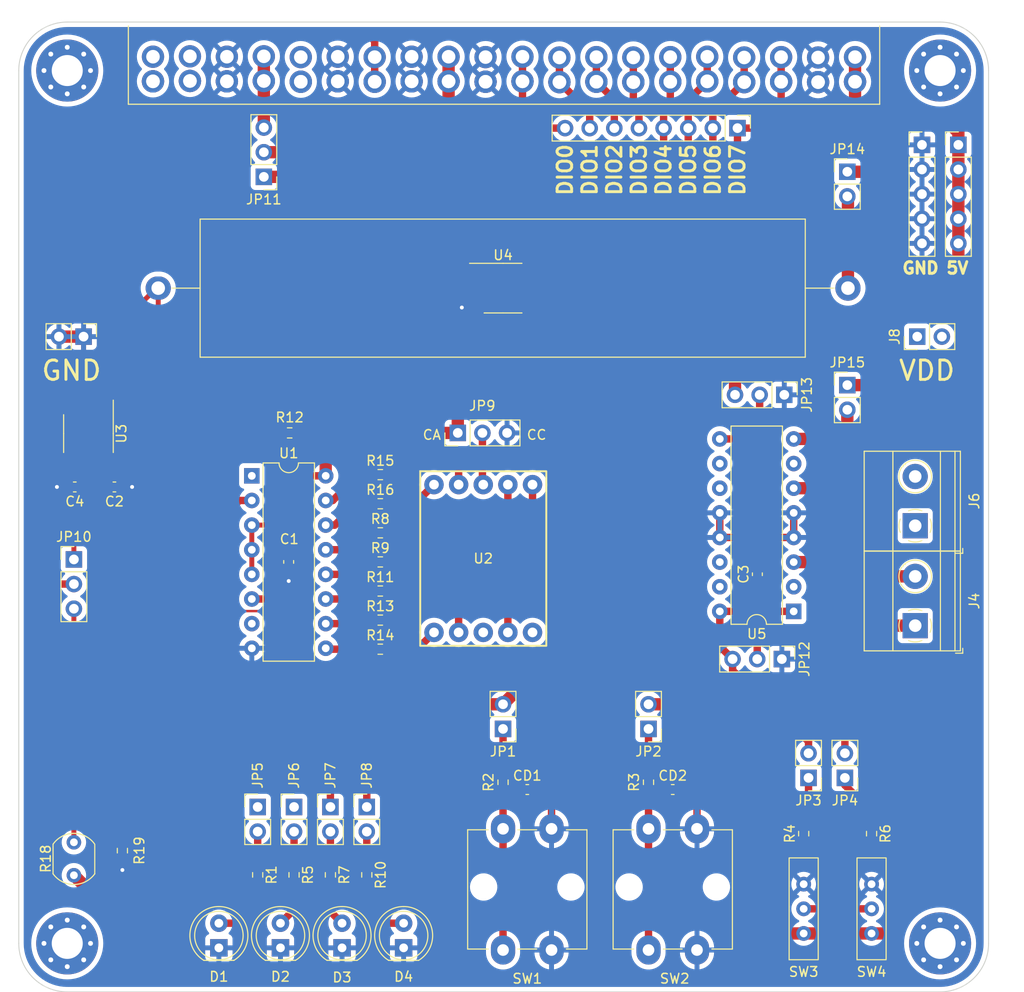
<source format=kicad_pcb>
(kicad_pcb (version 20211014) (generator pcbnew)
  (layers (0 "F.Cu" signal) (31 "B.Cu" signal) (34 "B.Paste" user) (35 "F.Paste" user) (36 "B.SilkS" user "B.Silkscreen") (37 "F.SilkS" user "F.Silkscreen") (38 "B.Mask" user) (39 "F.Mask" user) (44 "Edge.Cuts" user))
  (net 0 "")
  (net 1 "+5V")
  (net 2 "GND")
  (net 3 "Net-(C4-Pad1)")
  (net 4 "Net-(D1-Pad2)")
  (net 5 "Net-(D2-Pad2)")
  (net 6 "Net-(D3-Pad2)")
  (net 7 "Net-(D4-Pad2)")
  (net 8 "Net-(JP6-Pad2)")
  (net 9 "Net-(JP7-Pad2)")
  (net 10 "Net-(JP8-Pad2)")
  (net 13 "AO0")
  (net 15 "AI0+")
  (net 16 "AI1+")
  (net 17 "DIO0")
  (net 18 "DIO1")
  (net 19 "DIO2")
  (net 20 "DIO3")
  (net 21 "DIO4")
  (net 22 "DIO5")
  (net 23 "DIO6")
  (net 24 "DIO7")
  (net 25 "Net-(J4-Pad1)")
  (net 26 "Net-(J4-Pad2)")
  (net 27 "Net-(J6-Pad1)")
  (net 28 "Net-(J6-Pad2)")
  (net 29 "Net-(J8-Pad1)")
  (net 30 "Net-(JP9-Pad2)")
  (net 31 "Net-(JP10-Pad1)")
  (net 32 "Net-(JP10-Pad3)")
  (net 33 "Net-(JP11-Pad1)")
  (net 34 "Net-(JP12-Pad2)")
  (net 35 "Net-(JP13-Pad2)")
  (net 36 "SHUNT")
  (net 37 "VDD")
  (net 38 "Net-(R8-Pad1)")
  (net 39 "Net-(R8-Pad2)")
  (net 40 "Net-(R9-Pad1)")
  (net 41 "Net-(R9-Pad2)")
  (net 42 "Net-(R11-Pad1)")
  (net 43 "Net-(R11-Pad2)")
  (net 44 "Net-(R12-Pad2)")
  (net 45 "Net-(R13-Pad1)")
  (net 46 "Net-(R13-Pad2)")
  (net 47 "Net-(R14-Pad1)")
  (net 48 "Net-(R14-Pad2)")
  (net 49 "Net-(R15-Pad1)")
  (net 50 "Net-(R15-Pad2)")
  (net 51 "Net-(R16-Pad1)")
  (net 52 "Net-(R16-Pad2)")
  (net 53 "Net-(R17-Pad2)")
  (net 64 "Net-(JP5-Pad2)")
  (net 66 "Net-(R4-Pad1)")
  (net 67 "Net-(R6-Pad2)")
  (net 68 "Net-(JP1-Pad1)")
  (net 69 "Net-(JP2-Pad1)")
  (net 70 "Net-(JP3-Pad1)")
  (net 71 "Net-(JP4-Pad1)")
  (footprint "Resistor_SMD:R_0603_1608Metric" (layer "F.Cu") (at 77.3425 104.23)
    (fp_text reference "R11")
    (fp_text value "680")
  )
  (footprint "MountingHole:MountingHole_3.2mm_M3_Pad_Via" (layer "F.Cu") (at 135.064466 50.564466)
    (fp_text reference "H1" hide)
    (fp_text value "MountingHole_Pad")
  )
  (footprint "LED_THT:LED_D5.0mm" (layer "F.Cu") (at 79.75 141.025 90)
    (fp_text reference "D4")
    (fp_text value "LED")
  )
  (footprint "Library:Omron_B3F-12x12mm" (layer "F.Cu") (at 90 141.25 90)
    (fp_text reference "SW1")
    (fp_text value "SW_Push")
  )
  (footprint "Capacitor_SMD:C_0603_1608Metric" (layer "F.Cu") (at 107.5 124.7)
    (fp_text reference "CD2")
    (fp_text value "100n")
  )
  (footprint "Connector_PinHeader_2.54mm:PinHeader_1x02_P2.54mm_Vertical" (layer "F.Cu") (at 64.7 126.5)
    (fp_text reference "JP5")
    (fp_text value "Jumper_2_Open")
  )
  (footprint "Capacitor_SMD:C_0603_1608Metric" (layer "F.Cu") (at 116.225 102.5 90)
    (fp_text reference "C3")
    (fp_text value "100n")
  )
  (footprint "Library:we01014042" (layer "F.Cu") (at 128 137 90)
    (fp_text reference "SW4")
    (fp_text value "SW_SPDT")
  )
  (footprint "Connector_PinHeader_2.54mm:PinHeader_1x03_P2.54mm_Vertical" (layer "F.Cu") (at 45.75 100.975)
    (fp_text reference "JP10")
    (fp_text value "Jumper_3_Open")
  )
  (footprint "Resistor_SMD:R_0603_1608Metric" (layer "F.Cu") (at 105 123.95 -90)
    (fp_text reference "R3")
    (fp_text value "10k")
  )
  (footprint "Connector_PinHeader_2.54mm:PinHeader_1x02_P2.54mm_Vertical" (layer "F.Cu") (at 90 118.45 180)
    (fp_text reference "JP1")
    (fp_text value "Jumper_2_Open")
  )
  (footprint "Connector_PinHeader_2.54mm:PinHeader_1x02_P2.54mm_Vertical" (layer "F.Cu") (at 72.2 126.5)
    (fp_text reference "JP7")
    (fp_text value "Jumper_2_Open")
  )
  (footprint "Connector_PinHeader_2.54mm:PinHeader_1x05_P2.54mm_Vertical" (layer "F.Cu") (at 136.95 58.225)
    (fp_text reference "J2" hide)
    (fp_text value "Conn_01x05_Male")
  )
  (footprint "Library:Omron_B3F-12x12mm" (layer "F.Cu") (at 105 141.25 90)
    (fp_text reference "SW2")
    (fp_text value "SW_Push")
  )
  (footprint "Connector_PinHeader_2.54mm:PinHeader_1x02_P2.54mm_Vertical" (layer "F.Cu") (at 125.5 61)
    (fp_text reference "JP14")
    (fp_text value "Jumper_2_Open")
  )
  (footprint "TerminalBlock_Phoenix:TerminalBlock_Phoenix_MKDS-1,5-2-5.08_1x02_P5.08mm_Horizontal" (layer "F.Cu") (at 132.5 97.5 90)
    (fp_text reference "J6")
    (fp_text value "Screw_Terminal_01x02")
  )
  (footprint "Capacitor_SMD:C_0603_1608Metric" (layer "F.Cu") (at 45.84 93.5 180)
    (fp_text reference "C4")
    (fp_text value "1n")
  )
  (footprint "LED_THT:LED_D5.0mm" (layer "F.Cu") (at 67.05 141.025 90)
    (fp_text reference "D2")
    (fp_text value "LED")
  )
  (footprint "Resistor_SMD:R_0603_1608Metric" (layer "F.Cu") (at 77.3425 107.23)
    (fp_text reference "R13")
    (fp_text value "680")
  )
  (footprint "Resistor_SMD:R_0603_1608Metric" (layer "F.Cu") (at 77.3425 98.23)
    (fp_text reference "R8")
    (fp_text value "680")
  )
  (footprint "MountingHole:MountingHole_3.2mm_M3_Pad_Via" (layer "F.Cu") (at 45.064466 50.564466 -90)
    (fp_text reference "H4" hide)
    (fp_text value "MountingHole_Pad")
  )
  (footprint "Library:we01014042" (layer "F.Cu") (at 121 137 90)
    (fp_text reference "SW3")
    (fp_text value "SW_SPDT")
  )
  (footprint "Connector_PinHeader_2.54mm:PinHeader_1x02_P2.54mm_Vertical" (layer "F.Cu") (at 105 118.45 180)
    (fp_text reference "JP2")
    (fp_text value "Jumper_2_Open")
  )
  (footprint "Connector_PinHeader_2.54mm:PinHeader_1x03_P2.54mm_Vertical" (layer "F.Cu") (at 119 84 -90)
    (fp_text reference "JP13")
    (fp_text value "Jumper_3_Open")
  )
  (footprint "Connector_PinHeader_2.54mm:PinHeader_1x02_P2.54mm_Vertical" (layer "F.Cu") (at 75.95 126.5)
    (fp_text reference "JP8")
    (fp_text value "Jumper_2_Open")
  )
  (footprint "Library:OSTV7XX3151" (layer "F.Cu") (at 53.905 49.1375)
    (fp_text reference "J1" hide)
    (fp_text value "OSTV7XX3151")
  )
  (footprint "Package_SO:SOIC-8_3.9x4.9mm_P1.27mm" (layer "F.Cu") (at 47.25 88 -90)
    (fp_text reference "U3")
    (fp_text value "ACS712xLCTR-05B")
  )
  (footprint "Connector_PinHeader_2.54mm:PinHeader_1x03_P2.54mm_Vertical" (layer "F.Cu") (at 85.335 87.93 90)
    (fp_text reference "JP9")
    (fp_text value "Jumper_3_Open")
  )
  (footprint "Package_DIP:DIP-16_W7.62mm" (layer "F.Cu") (at 64.095 92.355)
    (fp_text reference "U1")
    (fp_text value "74LS47")
  )
  (footprint "OptoDevice:R_LDR_5.1x4.3mm_P3.4mm_Vertical" (layer "F.Cu") (at 45.75 133.54 90)
    (fp_text reference "R18")
    (fp_text value "R_Photo")
  )
  (footprint "Connector_PinHeader_2.54mm:PinHeader_1x02_P2.54mm_Vertical" (layer "F.Cu") (at 121.5 123.5 180)
    (fp_text reference "JP3")
    (fp_text value "Jumper_2_Open")
  )
  (footprint "Capacitor_SMD:C_0603_1608Metric" (layer "F.Cu") (at 92.5 124.7)
    (fp_text reference "CD1")
    (fp_text value "100n")
  )
  (footprint "Resistor_SMD:R_0603_1608Metric" (layer "F.Cu") (at 64.7 133.5 -90)
    (fp_text reference "R1")
    (fp_text value "1k")
  )
  (footprint "Capacitor_SMD:C_0603_1608Metric" (layer "F.Cu") (at 67.895 101.23 -90)
    (fp_text reference "C1")
    (fp_text value "100n")
  )
  (footprint "Connector_PinHeader_2.54mm:PinHeader_1x02_P2.54mm_Vertical" (layer "F.Cu") (at 68.45 126.5)
    (fp_text reference "JP6")
    (fp_text value "Jumper_2_Open")
  )
  (footprint "Package_DIP:DIP-16_W7.62mm" (layer "F.Cu") (at 119.97 106.33 180)
    (fp_text reference "U5")
    (fp_text value "L293D")
  )
  (footprint "Library:7segm-SA52" (layer "F.Cu") (at 87.96 100.88)
    (fp_text reference "U2")
    (fp_text value "7segm-symbol")
  )
  (footprint "Connector_PinHeader_2.54mm:PinHeader_1x02_P2.54mm_Vertical" (layer "F.Cu") (at 125.5 83)
    (fp_text reference "JP15")
    (fp_text value "Jumper_2_Open")
  )
  (footprint "MountingHole:MountingHole_3.2mm_M3_Pad_Via" (layer "F.Cu") (at 135.064466 140.564466)
    (fp_text reference "H2" hide)
    (fp_text value "MountingHole_Pad")
  )
  (footprint "Resistor_SMD:R_0603_1608Metric" (layer "F.Cu") (at 121 129.25 90)
    (fp_text reference "R4")
    (fp_text value "10k")
  )
  (footprint "Capacitor_SMD:C_0603_1608Metric" (layer "F.Cu") (at 49.93 93.5)
    (fp_text reference "C2")
    (fp_text value "100n")
  )
  (footprint "Connector_PinHeader_2.54mm:PinHeader_1x03_P2.54mm_Vertical" (layer "F.Cu") (at 65.335 61.525 180)
    (fp_text reference "JP11")
    (fp_text value "Jumper_3_Open")
  )
  (footprint "Package_SO:SOIC-8_3.9x4.9mm_P1.27mm" (layer "F.Cu") (at 90 73)
    (fp_text reference "U4")
    (fp_text value "LM35-D")
  )
  (footprint "LED_THT:LED_D5.0mm" (layer "F.Cu") (at 60.7 141.025 90)
    (fp_text reference "D1")
    (fp_text value "LED")
  )
  (footprint "MountingHole:MountingHole_3.2mm_M3_Pad_Via" (layer "F.Cu") (at 45.064466 140.564466)
    (fp_text reference "H3" hide)
    (fp_text value "MountingHole_Pad")
  )
  (footprint "Connector_PinHeader_2.54mm:PinHeader_1x02_P2.54mm_Vertical" (layer "F.Cu") (at 132.71 78 90)
    (fp_text reference "J8")
    (fp_text value "Screw_Terminal_01x02")
  )
  (footprint "Resistor_SMD:R_0603_1608Metric" (layer "F.Cu") (at 77.3425 110.23)
    (fp_text reference "R14")
    (fp_text value "680")
  )
  (footprint "Connector_PinHeader_2.54mm:PinHeader_1x02_P2.54mm_Vertical" (layer "F.Cu") (at 125.25 123.5 180)
    (fp_text reference "JP4")
    (fp_text value "Jumper_2_Open")
  )
  (footprint "Library:R_Axial_Power_L60.0mm_W14.0mm_P71.12mm" (layer "F.Cu") (at 125.565 73 180)
    (fp_text reference "R17" hide)
    (fp_text value "1R")
  )
  (footprint "Resistor_SMD:R_0603_1608Metric" (layer "F.Cu") (at 77.3425 92.23)
    (fp_text reference "R15")
    (fp_text value "680")
  )
  (footprint "Connector_PinHeader_2.54mm:PinHeader_1x03_P2.54mm_Vertical" (layer "F.Cu") (at 118.75 111.25 -90)
    (fp_text reference "JP12")
    (fp_text value "Jumper_3_Open")
  )
  (footprint "Resistor_SMD:R_0603_1608Metric" (layer "F.Cu") (at 68 87.93 180)
    (fp_text reference "R12")
    (fp_text value "10k")
  )
  (footprint "Resistor_SMD:R_0603_1608Metric" (layer "F.Cu") (at 75.95 133.5 -90)
    (fp_text reference "R10")
    (fp_text value "1k")
  )
  (footprint "Resistor_SMD:R_0603_1608Metric" (layer "F.Cu") (at 128 129.25 -90)
    (fp_text reference "R6")
    (fp_text value "10k")
  )
  (footprint "Resistor_SMD:R_0603_1608Metric" (layer "F.Cu") (at 77.3425 95.23)
    (fp_text reference "R16")
    (fp_text value "680")
  )
  (footprint "LED_THT:LED_D5.0mm" (layer "F.Cu") (at 73.4 141.025 90)
    (fp_text reference "D3")
    (fp_text value "LED")
  )
  (footprint "Resistor_SMD:R_0603_1608Metric" (layer "F.Cu") (at 68.45 133.5 -90)
    (fp_text reference "R5")
    (fp_text value "1k")
  )
  (footprint "Resistor_SMD:R_0603_1608Metric" (layer "F.Cu") (at 50.75 131 -90)
    (fp_text reference "R19")
    (fp_text value "10k")
  )
  (footprint "Connector_PinHeader_2.54mm:PinHeader_1x02_P2.54mm_Vertical" (layer "F.Cu") (at 46.75 78 -90)
    (fp_text reference "J5" hide)
    (fp_text value "Screw_Terminal_01x02")
  )
  (footprint "Connector_PinHeader_2.54mm:PinHeader_1x05_P2.54mm_Vertical" (layer "F.Cu") (at 133.2 58.225)
    (fp_text reference "J3" hide)
    (fp_text value "Conn_01x05_Male")
  )
  (footprint "Connector_PinHeader_2.54mm:PinHeader_1x08_P2.54mm_Vertical" (layer "F.Cu") (at 114.175 56.5 -90)
    (fp_text reference "J7" hide)
    (fp_text value "Conn_01x08_Male")
  )
  (footprint "Resistor_SMD:R_0603_1608Metric" (layer "F.Cu") (at 77.3425 101.23)
    (fp_text reference "R9")
    (fp_text value "680")
  )
  (footprint "Resistor_SMD:R_0603_1608Metric" (layer "F.Cu") (at 72.2 133.5 -90)
    (fp_text reference "R7")
    (fp_text value "1k")
  )
  (footprint "Resistor_SMD:R_0603_1608Metric" (layer "F.Cu") (at 90 123.95 -90)
    (fp_text reference "R2")
    (fp_text value "10k")
  )
  (footprint "TerminalBlock_Phoenix:TerminalBlock_Phoenix_MKDS-1,5-2-5.08_1x02_P5.08mm_Horizontal" (layer "F.Cu") (at 132.5 107.8 90)
    (fp_text reference "J4")
    (fp_text value "Screw_Terminal_01x02")
  )
  (gr_line (start 135.064466 45.564466) (end 45.064466 45.564466) (layer "Edge.Cuts") (width 0.1))
  (gr_line (start 45.064466 145.564466) (end 135.064466 145.564466) (layer "Edge.Cuts") (width 0.1))
  (gr_line (start 40.064466 140.564466) (end 40.064466 50.564466) (layer "Edge.Cuts") (width 0.1))
  (gr_line (start 140.064466 140.564466) (end 140.064466 50.564466) (layer "Edge.Cuts") (width 0.1))
  (gr_arc (start 140.064466 140.564466) (mid 138.6 144.1) (end 135.064466 145.564466) (layer "Edge.Cuts") (width 0.1))
  (gr_arc (start 135.064466 45.564466) (mid 138.6 47.028932) (end 140.064466 50.564466) (layer "Edge.Cuts") (width 0.1))
  (gr_arc (start 40.064466 50.564466) (mid 41.528932 47.028932) (end 45.064466 45.564466) (layer "Edge.Cuts") (width 0.1))
  (gr_arc (start 45.064466 145.564466) (mid 41.528932 144.1) (end 40.064466 140.564466) (layer "Edge.Cuts") (width 0.1))
  (gr_text "DIO5" (at 109.095 60.8 90) (layer "F.SilkS") (effects (font (size 1.5 1.5) (thickness 0.3))))
  (gr_text "DIO3" (at 104.015 60.8 90) (layer "F.SilkS") (effects (font (size 1.5 1.5) (thickness 0.3))))
  (gr_text "GND" (at 45.5 81.5) (layer "F.SilkS") (effects (font (size 2 2) (thickness 0.3))))
  (gr_text "DIO0" (at 96.395 60.8 90) (layer "F.SilkS") (effects (font (size 1.5 1.5) (thickness 0.3))))
  (gr_text "DIO2" (at 101.475 60.8 90) (layer "F.SilkS") (effects (font (size 1.5 1.5) (thickness 0.3))))
  (gr_text "DIO4" (at 106.555 60.8 90) (layer "F.SilkS") (effects (font (size 1.5 1.5) (thickness 0.3))))
  (gr_text "DIO7" (at 114.175 60.8 90) (layer "F.SilkS") (effects (font (size 1.5 1.5) (thickness 0.3))))
  (gr_text "5V" (at 136.85 70.93) (layer "F.SilkS") (effects (font (size 1.2 1.2) (thickness 0.3))))
  (gr_text "CA" (at 82.66 88.13) (layer "F.SilkS") (effects (font (size 1 1))))
  (gr_text "DIO6" (at 111.635 60.8 90) (layer "F.SilkS") (effects (font (size 1.5 1.5) (thickness 0.3))))
  (gr_text "GND" (at 133.05 70.93) (layer "F.SilkS") (effects (font (size 1.2 1.2) (thickness 0.3))))
  (gr_text "DIO1" (at 98.935 60.8 90) (layer "F.SilkS") (effects (font (size 1.5 1.5) (thickness 0.3))))
  (gr_text "VDD" (at 133.71 81.5) (layer "F.SilkS") (effects (font (size 2 2) (thickness 0.3))))
  (gr_text "CC" (at 93.46 88.13) (layer "F.SilkS") (effects (font (size 1 1))))
  (segment (start 96.25 87) (end 93.5 84.25) (width 1.27) (layer "F.Cu") (net 1))
  (segment (start 106.41 115.91) (end 105 115.91) (width 1.27) (layer "F.Cu") (net 1))
  (segment (start 116.25 139.75) (end 116.25 138.25) (width 1.27) (layer "F.Cu") (net 1))
  (segment (start 63.75 84.5) (end 70 84.5) (width 0.508) (layer "F.Cu") (net 1))
  (segment (start 92.475 71.095) (end 94.345 71.095) (width 0.762) (layer "F.Cu") (net 1))
  (segment (start 122.5 55.5) (end 119.25 58.75) (width 1.27) (layer "F.Cu") (net 1))
  (segment (start 113.67 111.25) (end 113.67 112.42) (width 0.762) (layer "F.Cu") (net 1))
  (segment (start 85.335 85.415) (end 85.335 87.93) (width 1.27) (layer "F.Cu") (net 1))
  (segment (start 136.95 68.385) (end 136.95 72.45) (width 1.27) (layer "F.Cu") (net 1))
  (segment (start 49.155 95.405) (end 49.75 96) (width 0.508) (layer "F.Cu") (net 1))
  (segment (start 90 115.91) (end 96.25 109.66) (width 1.27) (layer "F.Cu") (net 1))
  (segment (start 67.895 100.455) (end 67.895 94.695) (width 0.762) (layer "F.Cu") (net 1))
  (segment (start 138.25 113.5) (end 138.5 113.75) (width 0.762) (layer "F.Cu") (net 1))
  (segment (start 116.25 142) (end 116.25 139.75) (width 1.27) (layer "F.Cu") (net 1))
  (segment (start 112.35 109.93) (end 113.67 111.25) (width 0.762) (layer "F.Cu") (net 1))
  (segment (start 113.92 84) (end 113.92 80.83) (width 1.27) (layer "F.Cu") (net 1))
  (segment (start 116.25 138.25) (end 116.25 125.75) (width 1.27) (layer "F.Cu") (net 1))
  (segment (start 138.5 113.75) (end 138.5 130.5) (width 1.27) (layer "F.Cu") (net 1))
  (segment (start 113.92 80.83) (end 119.25 75.5) (width 1.27) (layer "F.Cu") (net 1))
  (segment (start 70 84.5) (end 71.68 86.18) (width 0.508) (layer "F.Cu") (net 1))
  (segment (start 85.335 87.93) (end 73.57 87.93) (width 1.27) (layer "F.Cu") (net 1))
  (segment (start 135.5 55.5) (end 126 55.5) (width 1.27) (layer "F.Cu") (net 1))
  (segment (start 121 139.54) (end 116.46 139.54) (width 1.27) (layer "F.Cu") (net 1))
  (segment (start 129.46 139.54) (end 128 139.54) (width 1.27) (layer "F.Cu") (net 1))
  (segment (start 116.225 103.275) (end 116.225 104.975) (width 0.762) (layer "F.Cu") (net 1))
  (segment (start 136.95 58.225) (end 136.95 68.385) (width 1.27) (layer "F.Cu") (net 1))
  (segment (start 116.25 125.75) (end 106.41 115.91) (width 1.27) (layer "F.Cu") (net 1))
  (segment (start 67.895 94.695) (end 70.235 92.355) (width 0.762) (layer "F.Cu") (net 1))
  (segment (start 136.95 72.45) (end 138.5 74) (width 1.27) (layer "F.Cu") (net 1))
  (segment (start 87.09 115.91) (end 84.75 118.25) (width 1.27) (layer "F.Cu") (net 1))
  (segment (start 73.57 87.93) (end 71.68 87.93) (width 1.27) (layer "F.Cu") (net 1))
  (segment (start 114.75 113.5) (end 138.25 113.5) (width 0.762) (layer "F.Cu") (net 1))
  (segment (start 112.35 106.33) (end 112.35 109.93) (width 0.762) (layer "F.Cu") (net 1))
  (segment (start 86.5 144.25) (end 114 144.25) (width 1.27) (layer "F.Cu") (net 1))
  (segment (start 49.75 96) (end 52.25 96) (width 0.508) (layer "F.Cu") (net 1))
  (segment (start 93.5 84.25) (end 86.5 84.25) (width 1.27) (layer "F.Cu") (net 1))
  (segment (start 136.95 56.95) (end 135.5 55.5) (width 1.27) (layer "F.Cu") (net 1))
  (segment (start 56.46 144.25) (end 45.75 133.54) (width 1.27) (layer "F.Cu") (net 1))
  (segment (start 49.155 93.5) (end 49.155 90.475) (width 0.508) (layer "F.Cu") (net 1))
  (segment (start 68.825 87.93) (end 71.68 87.93) (width 0.762) (layer "F.Cu") (net 1))
  (segment (start 90 115.91) (end 87.09 115.91) (width 1.27) (layer "F.Cu") (net 1))
  (segment (start 70.235 92.355) (end 71.715 92.355) (width 0.762) (layer "F.Cu") (net 1))
  (segment (start 126.295 55.205) (end 126 55.5) (width 1.27) (layer "F.Cu") (net 1))
  (segment (start 114 144.25) (end 116.25 142) (width 1.27) (layer "F.Cu") (net 1))
  (segment (start 126.295 49.1775) (end 126.295 51.7175) (width 1.27) (layer "F.Cu") (net 1))
  (segment (start 138.5 113) (end 138.5 113.75) (width 1.27) (layer "F.Cu") (net 1))
  (segment (start 71.715 92.355) (end 71.715 87.965) (width 1.27) (layer "F.Cu") (net 1))
  (segment (start 116.46 139.54) (end 116.25 139.75) (width 1.27) (layer "F.Cu") (net 1))
  (segment (start 95.25 82.75) (end 93.75 84.25) (width 0.762) (layer "F.Cu") (net 1))
  (segment (start 52.25 96) (end 63.75 84.5) (width 0.508) (layer "F.Cu") (net 1))
  (segment (start 112.35 106.33) (end 114.87 106.33) (width 0.762) (layer "F.Cu") (net 1))
  (segment (start 138.5 130.5) (end 129.46 139.54) (width 1.27) (layer "F.Cu") (net 1))
  (segment (start 126.295 51.7175) (end 126.295 55.205) (width 1.27) (layer "F.Cu") (net 1))
  (segment (start 86.5 84.25) (end 85.335 85.415) (width 1.27) (layer "F.Cu") (net 1))
  (segment (start 86.5 144.25) (end 84.75 144.25) (width 1.27) (layer "F.Cu") (net 1))
  (segment (start 96.25 109.66) (end 96.25 87) (width 1.27) (layer "F.Cu") (net 1))
  (segment (start 138.5 74) (end 138.5 113) (width 1.27) (layer "F.Cu") (net 1))
  (segment (start 84.75 144.25) (end 84.75 118.25) (width 1.27) (layer "F.Cu") (net 1))
  (segment (start 113.67 112.42) (end 114.75 113.5) (width 0.762) (layer "F.Cu") (net 1))
  (segment (start 114.87 106.33) (end 116.225 104.975) (width 0.762) (layer "F.Cu") (net 1))
  (segment (start 121 139.54) (end 128 139.54) (width 1.27) (layer "F.Cu") (net 1))
  (segment (start 95.25 72) (end 95.25 82.75) (width 0.762) (layer "F.Cu") (net 1))
  (segment (start 49.155 93.5) (end 49.155 95.405) (width 0.508) (layer "F.Cu") (net 1))
  (segment (start 126 55.5) (end 122.5 55.5) (width 1.27) (layer "F.Cu") (net 1))
  (segment (start 93.75 84.25) (end 93.5 84.25) (width 0.762) (layer "F.Cu") (net 1))
  (segment (start 136.95 58.225) (end 136.95 56.95) (width 1.27) (layer "F.Cu") (net 1))
  (segment (start 71.68 86.18) (end 71.68 87.93) (width 0.508) (layer "F.Cu") (net 1))
  (segment (start 84.75 144.25) (end 56.46 144.25) (width 1.27) (layer "F.Cu") (net 1))
  (segment (start 119.25 58.75) (end 119.25 75.5) (width 1.27) (layer "F.Cu") (net 1))
  (segment (start 94.345 71.095) (end 95.25 72) (width 0.762) (layer "F.Cu") (net 1))
  (segment (start 71.715 87.965) (end 71.68 87.93) (width 0.762) (layer "F.Cu") (net 1))
  (segment (start 67.895 103.195) (end 67.9 103.2) (width 0.762) (layer "F.Cu") (net 2))
  (segment (start 45.345 83.845) (end 44.21 82.71) (width 0.508) (layer "F.Cu") (net 2))
  (segment (start 50.705 93.5) (end 51.75 93.5) (width 0.508) (layer "F.Cu") (net 2))
  (segment (start 110 125.5) (end 109.2 124.7) (width 0.762) (layer "F.Cu") (net 2))
  (segment (start 46.615 85.525) (end 46.615 81.885) (width 0.508) (layer "F.Cu") (net 2))
  (segment (start 45.345 85.525) (end 45.345 83.845) (width 0.508) (layer "F.Cu") (net 2))
  (segment (start 45.065 93.5) (end 44 93.5) (width 0.508) (layer "F.Cu") (net 2))
  (segment (start 50.75 131.825) (end 50.75 133) (width 0.762) (layer "F.Cu") (net 2))
  (segment (start 45.345 90.475) (end 45.345 92.155) (width 0.508) (layer "F.Cu") (net 2))
  (segment (start 45.345 92.155) (end 45.065 92.435) (width 0.508) (layer "F.Cu") (net 2))
  (segment (start 67.895 102.005) (end 67.895 103.195) (width 0.762) (layer "F.Cu") (net 2))
  (segment (start 112.35 96.17) (end 112.35 98.71) (width 0.762) (layer "F.Cu") (net 2))
  (segment (start 44.21 78) (end 46.75 78) (width 1.27) (layer "F.Cu") (net 2))
  (segment (start 46.75 81.75) (end 46.75 78) (width 0.508) (layer "F.Cu") (net 2))
  (segment (start 119.97 96.17) (end 119.97 98.71) (width 0.762) (layer "F.Cu") (net 2))
  (segment (start 109.2 124.7) (end 108.275 124.7) (width 0.762) (layer "F.Cu") (net 2))
  (segment (start 95 128.75) (end 95 125.5) (width 0.762) (layer "F.Cu") (net 2))
  (segment (start 45.065 92.435) (end 45.065 93.5) (width 0.508) (layer "F.Cu") (net 2))
  (segment (start 119.97 98.71) (end 116.015 98.71) (width 0.762) (layer "F.Cu") (net 2))
  (segment (start 116.015 98.71) (end 112.35 98.71) (width 0.762) (layer "F.Cu") (net 2))
  (segment (start 44.21 82.71) (end 44.21 78) (width 0.508) (layer "F.Cu") (net 2))
  (segment (start 94.2 124.7) (end 93.275 124.7) (width 0.762) (layer "F.Cu") (net 2))
  (segment (start 95 125.5) (end 94.2 124.7) (width 0.762) (layer "F.Cu") (net 2))
  (segment (start 110 128.75) (end 110 125.5) (width 0.762) (layer "F.Cu") (net 2))
  (segment (start 87.525 74.905) (end 85.845 74.905) (width 0.508) (layer "F.Cu") (net 2))
  (segment (start 116.225 101.725) (end 116.225 98.92) (width 0.762) (layer "F.Cu") (net 2))
  (segment (start 85.845 74.905) (end 85.75 75) (width 0.508) (layer "F.Cu") (net 2))
  (segment (start 46.615 81.885) (end 46.75 81.75) (width 0.508) (layer "F.Cu") (net 2))
  (via (at 67.9 103.2) (size 0.8) (drill 0.4) (layers "F.Cu" "B.Cu") (net 2))
  (via (at 51.75 93.5) (size 0.8) (drill 0.4) (layers "F.Cu" "B.Cu") (net 2))
  (via (at 85.75 75) (size 0.8) (drill 0.4) (layers "F.Cu" "B.Cu") (net 2))
  (via (at 50.75 133) (size 0.8) (drill 0.4) (layers "F.Cu" "B.Cu") (net 2))
  (via (at 44 93.5) (size 0.8) (drill 0.4) (layers "F.Cu" "B.Cu") (net 2))
  (segment (start 46.615 90.475) (end 46.615 93.5) (width 0.508) (layer "F.Cu") (net 3))
  (segment (start 64.7 136.05) (end 64.7 134.325) (width 0.762) (layer "F.Cu") (net 4))
  (segment (start 60.7 138.485) (end 62.265 138.485) (width 0.762) (layer "F.Cu") (net 4))
  (segment (start 62.265 138.485) (end 64.7 136.05) (width 0.762) (layer "F.Cu") (net 4))
  (segment (start 68.45 134.325) (end 68.45 137.085) (width 0.762) (layer "F.Cu") (net 5))
  (segment (start 68.45 137.085) (end 67.05 138.485) (width 0.762) (layer "F.Cu") (net 5))
  (segment (start 72.2 137.285) (end 73.4 138.485) (width 0.762) (layer "F.Cu") (net 6))
  (segment (start 72.2 134.325) (end 72.2 137.285) (width 0.762) (layer "F.Cu") (net 6))
  (segment (start 77.985 138.485) (end 79.75 138.485) (width 0.762) (layer "F.Cu") (net 7))
  (segment (start 75.95 134.325) (end 75.95 136.45) (width 0.762) (layer "F.Cu") (net 7))
  (segment (start 75.95 136.45) (end 77.985 138.485) (width 0.762) (layer "F.Cu") (net 7))
  (segment (start 68.45 129.04) (end 68.45 132.675) (width 0.762) (layer "F.Cu") (net 8))
  (segment (start 72.2 129.04) (end 72.2 132.675) (width 0.762) (layer "F.Cu") (net 9))
  (segment (start 75.95 129.04) (end 75.95 132.675) (width 0.762) (layer "F.Cu") (net 10))
  (segment (start 65.335 49.0975) (end 65.335 56.445) (width 1.27) (layer "F.Cu") (net 13))
  (segment (start 42.765 103.515) (end 41.25 102) (width 0.762) (layer "F.Cu") (net 15))
  (segment (start 45.75 103.515) (end 42.765 103.515) (width 0.762) (layer "F.Cu") (net 15))
  (segment (start 50.25 49.5) (end 53 46.75) (width 0.762) (layer "F.Cu") (net 15))
  (segment (start 76 46.75) (end 76.765 47.515) (width 0.762) (layer "F.Cu") (net 15))
  (segment (start 53 46.75) (end 76 46.75) (width 0.762) (layer "F.Cu") (net 15))
  (segment (start 41.25 66) (end 50.25 57) (width 0.762) (layer "F.Cu") (net 15))
  (segment (start 50.25 57) (end 50.25 49.5) (width 0.762) (layer "F.Cu") (net 15))
  (segment (start 76.765 47.515) (end 76.765 51.7175) (width 0.762) (layer "F.Cu") (net 15))
  (segment (start 41.25 102) (end 41.25 66) (width 0.762) (layer "F.Cu") (net 15))
  (segment (start 70 56.5) (end 67.5 59) (width 1.27) (layer "F.Cu") (net 16))
  (segment (start 82 56.5) (end 70 56.5) (width 1.27) (layer "F.Cu") (net 16))
  (segment (start 67.485 58.985) (end 65.335 58.985) (width 1.27) (layer "F.Cu") (net 16))
  (segment (start 84.385 51.6775) (end 84.385 54.115) (width 1.27) (layer "F.Cu") (net 16))
  (segment (start 84.385 49.1375) (end 84.385 51.6775) (width 1.27) (layer "F.Cu") (net 16))
  (segment (start 67.5 59) (end 67.485 58.985) (width 0.762) (layer "F.Cu") (net 16))
  (segment (start 84.385 54.115) (end 82 56.5) (width 1.27) (layer "F.Cu") (net 16))
  (segment (start 96.395 56.5) (end 94.75 56.5) (width 0.762) (layer "F.Cu") (net 17))
  (segment (start 92.005 51.6775) (end 92.005 49.1375) (width 0.762) (layer "F.Cu") (net 17))
  (segment (start 94.75 56.5) (end 92.005 53.755) (width 0.762) (layer "F.Cu") (net 17))
  (segment (start 92.005 53.755) (end 92.005 51.6775) (width 0.762) (layer "F.Cu") (net 17))
  (segment (start 98.935 56.5) (end 98.935 54.8775) (width 0.762) (layer "F.Cu") (net 18))
  (segment (start 98.935 54.8775) (end 95.815 51.7575) (width 0.762) (layer "F.Cu") (net 18))
  (segment (start 95.815 51.7575) (end 95.815 49.2175) (width 0.762) (layer "F.Cu") (net 18))
  (segment (start 67.5 107.75) (end 66.25 106.5) (width 0.762) (layer "F.Cu") (net 19))
  (segment (start 72.2 126.5) (end 72.2 120) (width 0.762) (layer "F.Cu") (net 19))
  (segment (start 64.095 94.895) (end 62.805 94.895) (width 0.762) (layer "F.Cu") (net 19))
  (segment (start 61.6 96.1) (end 61.6 105.3) (width 0.762) (layer "F.Cu") (net 19))
  (segment (start 66.25 106.5) (end 66.05 106.3) (width 0.254) (layer "F.Cu") (net 19))
  (segment (start 72.2 120) (end 69.6 117.4) (width 0.762) (layer "F.Cu") (net 19))
  (segment (start 99.625 51.7175) (end 99.625 49.1775) (width 0.762) (layer "F.Cu") (net 19))
  (segment (start 69.6 117.4) (end 67.5 115.3) (width 0.762) (layer "F.Cu") (net 19))
  (segment (start 101.475 56.5) (end 101.475 53.5675) (width 0.762) (layer "F.Cu") (net 19))
  (segment (start 67.5 115.3) (end 67.5 107.75) (width 0.762) (layer "F.Cu") (net 19))
  (segment (start 66.05 106.3) (end 62.6 106.3) (width 0.254) (layer "F.Cu") (net 19))
  (segment (start 61.6 105.3) (end 62.6 106.3) (width 0.762) (layer "F.Cu") (net 19))
  (segment (start 101.475 53.5675) (end 99.625 51.7175) (width 0.762) (layer "F.Cu") (net 19))
  (segment (start 62.805 94.895) (end 61.6 96.1) (width 0.762) (layer "F.Cu") (net 19))
  (segment (start 103.435 53.685) (end 103.435 51.7575) (width 0.762) (layer "F.Cu") (net 20))
  (segment (start 75.95 119.2) (end 75.95 126.5) (width 0.762) (layer "F.Cu") (net 20))
  (segment (start 67.805 105.055) (end 69 106.25) (width 0.762) (layer "F.Cu") (net 20))
  (segment (start 69 112.25) (end 75.95 119.2) (width 0.762) (layer "F.Cu") (net 20))
  (segment (start 104.015 56.5) (end 104.015 54.265) (width 0.762) (layer "F.Cu") (net 20))
  (segment (start 103.435 51.7575) (end 103.435 49.2175) (width 0.762) (layer "F.Cu") (net 20))
  (segment (start 69 106.25) (end 69 112.25) (width 0.762) (layer "F.Cu") (net 20))
  (segment (start 64.095 105.055) (end 67.805 105.055) (width 0.762) (layer "F.Cu") (net 20))
  (segment (start 104.015 54.265) (end 103.435 53.685) (width 0.762) (layer "F.Cu") (net 20))
  (segment (start 91.725 122.025) (end 91.725 124.7) (width 0.762) (layer "F.Cu") (net 21))
  (segment (start 106.555 56.5) (end 106.555 63.945) (width 0.762) (layer "F.Cu") (net 21))
  (segment (start 106.555 54.195) (end 106.555 56.5) (width 0.762) (layer "F.Cu") (net 21))
  (segment (start 90 141.25) (end 90 128.75) (width 0.762) (layer "F.Cu") (net 21))
  (segment (start 93.25 118.25) (end 93.25 120.5) (width 0.762) (layer "F.Cu") (net 21))
  (segment (start 90 124.775) (end 91.65 124.775) (width 0.762) (layer "F.Cu") (net 21))
  (segment (start 106.555 63.945) (end 100.75 69.75) (width 0.762) (layer "F.Cu") (net 21))
  (segment (start 100.75 110.75) (end 93.25 118.25) (width 0.762) (layer "F.Cu") (net 21))
  (segment (start 107.245 51.7175) (end 107.245 49.1775) (width 0.762) (layer "F.Cu") (net 21))
  (segment (start 90 128.75) (end 90 124.775) (width 0.762) (layer "F.Cu") (net 21))
  (segment (start 91.65 124.775) (end 91.725 124.7) (width 0.762) (layer "F.Cu") (net 21))
  (segment (start 93.25 120.5) (end 91.725 122.025) (width 0.762) (layer "F.Cu") (net 21))
  (segment (start 100.75 69.75) (end 100.75 110.75) (width 0.762) (layer "F.Cu") (net 21))
  (segment (start 107.245 51.7175) (end 107.245 53.505) (width 0.762) (layer "F.Cu") (net 21))
  (segment (start 107.245 53.505) (end 106.555 54.195) (width 0.762) (layer "F.Cu") (net 21))
  (segment (start 103.5 112.5) (end 102.25 113.75) (width 0.762) (layer "F.Cu") (net 22))
  (segment (start 103.025 124.775) (end 105 124.775) (width 0.762) (layer "F.Cu") (net 22))
  (segment (start 102.25 124) (end 103.025 124.775) (width 0.762) (layer "F.Cu") (net 22))
  (segment (start 109.095 56.5) (end 109.095 66.155) (width 0.762) (layer "F.Cu") (net 22))
  (segment (start 105 128.75) (end 105 141.25) (width 0.762) (layer "F.Cu") (net 22))
  (segment (start 103.5 71.75) (end 103.5 112.5) (width 0.762) (layer "F.Cu") (net 22))
  (segment (start 102.25 113.75) (end 102.25 124) (width 0.762) (layer "F.Cu") (net 22))
  (segment (start 105 128.75) (end 105 124.775) (width 0.762) (layer "F.Cu") (net 22))
  (segment (start 111.055 49.1375) (end 111.055 51.6775) (width 0.762) (layer "F.Cu") (net 22))
  (segment (start 109.095 56.5) (end 109.095 53.6375) (width 0.762) (layer "F.Cu") (net 22))
  (segment (start 109.095 66.155) (end 103.5 71.75) (width 0.762) (layer "F.Cu") (net 22))
  (segment (start 109.095 53.6375) (end 111.055 51.6775) (width 0.762) (layer "F.Cu") (net 22))
  (segment (start 105 124.775) (end 106.65 124.775) (width 0.762) (layer "F.Cu") (net 22))
  (segment (start 106.65 124.775) (end 106.725 124.7) (width 0.762) (layer "F.Cu") (net 22))
  (segment (start 114.865 49.2175) (end 114.865 51.7575) (width 0.762) (layer "F.Cu") (net 23))
  (segment (start 111.75 118.25) (end 106.25 112.75) (width 0.762) (layer "F.Cu") (net 23))
  (segment (start 111.635 56.5) (end 111.635 68.865) (width 0.762) (layer "F.Cu") (net 23))
  (segment (start 106.25 112.75) (end 106.25 109) (width 0.762) (layer "F.Cu") (net 23))
  (segment (start 111.635 56.5) (end 111.635 54.9875) (width 0.762) (layer "F.Cu") (net 23))
  (segment (start 121.5 119.75) (end 120 118.25) (width 0.762) (layer "F.Cu") (net 23))
  (segment (start 120 118.25) (end 111.75 118.25) (width 0.762) (layer "F.Cu") (net 23))
  (segment (start 111.635 68.865) (end 106.25 74.25) (width 0.762) (layer "F.Cu") (net 23))
  (segment (start 121.5 120.96) (end 121.5 119.75) (width 0.762) (layer "F.Cu") (net 23))
  (segment (start 111.635 54.9875) (end 114.865 51.7575) (width 0.762) (layer "F.Cu") (net 23))
  (segment (start 106.25 74.25) (end 106.25 109) (width 0.762) (layer "F.Cu") (net 23))
  (segment (start 108.75 76.75) (end 114.175 71.325) (width 0.762) (layer "F.Cu") (net 24))
  (segment (start 118.675 49.1775) (end 118.675 51.7175) (width 0.762) (layer "F.Cu") (net 24))
  (segment (start 125.25 118.25) (end 122.25 115.25) (width 0.762) (layer "F.Cu") (net 24))
  (segment (start 112.75 115.25) (end 108.75 111.25) (width 0.762) (layer "F.Cu") (net 24))
  (segment (start 114.175 56.5) (end 117 56.5) (width 0.762) (layer "F.Cu") (net 24))
  (segment (start 122.25 115.25) (end 112.75 115.25) (width 0.762) (layer "F.Cu") (net 24))
  (segment (start 114.175 71.325) (end 114.175 56.5) (width 0.762) (layer "F.Cu") (net 24))
  (segment (start 118.675 54.825) (end 118.675 51.7175) (width 0.762) (layer "F.Cu") (net 24))
  (segment (start 117 56.5) (end 118.675 54.825) (width 0.762) (layer "F.Cu") (net 24))
  (segment (start 108.75 111.25) (end 108.75 76.75) (width 0.762) (layer "F.Cu") (net 24))
  (segment (start 125.25 120.96) (end 125.25 118.25) (width 0.762) (layer "F.Cu") (net 24))
  (segment (start 128.8 107.8) (end 122.25 101.25) (width 1.27) (layer "F.Cu") (net 25))
  (segment (start 122.25 101.25) (end 119.97 101.25) (width 1.27) (layer "F.Cu") (net 25))
  (segment (start 132.5 107.8) (end 128.8 107.8) (width 1.27) (layer "F.Cu") (net 25))
  (segment (start 132.5 102.72) (end 129.97 102.72) (width 1.27) (layer "F.Cu") (net 26))
  (segment (start 125.375 96.375) (end 125.375 98.125) (width 1.27) (layer "F.Cu") (net 26))
  (segment (start 119.97 93.63) (end 122.63 93.63) (width 1.27) (layer "F.Cu") (net 26))
  (segment (start 129.97 102.72) (end 125.375 98.125) (width 1.27) (layer "F.Cu") (net 26))
  (segment (start 122.63 93.63) (end 125.375 96.375) (width 1.27) (layer "F.Cu") (net 26))
  (segment (start 125.5 83) (end 128.25 83) (width 1.27) (layer "F.Cu") (net 29))
  (segment (start 129.75 62.25) (end 128.5 61) (width 1.27) (layer "F.Cu") (net 29))
  (segment (start 128.5 61) (end 125.5 61) (width 1.27) (layer "F.Cu") (net 29))
  (segment (start 128.25 83) (end 129.75 81.5) (width 1.27) (layer "F.Cu") (net 29))
  (segment (start 129.75 78) (end 129.75 62.25) (width 1.27) (layer "F.Cu") (net 29))
  (segment (start 129.75 81.5) (end 129.75 78) (width 1.27) (layer "F.Cu") (net 29))
  (segment (start 87.875 87.93) (end 87.875 93.175) (width 0.762) (layer "F.Cu") (net 30))
  (segment (start 87.875 93.175) (end 87.96 93.26) (width 0.762) (layer "F.Cu") (net 30))
  (segment (start 45.75 100.975) (end 45.75 97.52) (width 0.508) (layer "F.Cu") (net 31))
  (segment (start 45.75 97.52) (end 47.885 95.385) (width 0.508) (layer "F.Cu") (net 31))
  (segment (start 47.885 95.385) (end 47.885 90.475) (width 0.508) (layer "F.Cu") (net 31))
  (segment (start 45.75 130.14) (end 45.75 128.46) (width 0.508) (layer "F.Cu") (net 32))
  (segment (start 49.71 128.46) (end 50.75 129.5) (width 0.508) (layer "F.Cu") (net 32))
  (segment (start 50.75 129.5) (end 50.75 130.175) (width 0.508) (layer "F.Cu") (net 32))
  (segment (start 45.75 106.055) (end 45.75 128.46) (width 0.508) (layer "F.Cu") (net 32))
  (segment (start 45.75 128.46) (end 49.71 128.46) (width 0.508) (layer "F.Cu") (net 32))
  (segment (start 87.525 71.095) (end 85.345 71.095) (width 0.508) (layer "F.Cu") (net 33))
  (segment (start 65.335 61.525) (end 81.275 61.525) (width 1.27) (layer "F.Cu") (net 33))
  (segment (start 84.25 64.5) (end 84.25 70) (width 1.27) (layer "F.Cu") (net 33))
  (segment (start 81.275 61.525) (end 84.25 64.5) (width 1.27) (layer "F.Cu") (net 33))
  (segment (start 84.25 70) (end 85.345 71.095) (width 1.27) (layer "F.Cu") (net 33))
  (segment (start 118.42 106.33) (end 116.21 108.54) (width 0.762) (layer "F.Cu") (net 34))
  (segment (start 119.97 106.33) (end 118.42 106.33) (width 0.762) (layer "F.Cu") (net 34))
  (segment (start 116.21 108.54) (end 116.21 111.25) (width 0.762) (layer "F.Cu") (net 34))
  (segment (start 116.46 85.79) (end 113.7 88.55) (width 0.762) (layer "F.Cu") (net 35))
  (segment (start 116.46 84) (end 116.46 85.79) (width 0.762) (layer "F.Cu") (net 35))
  (segment (start 113.7 88.55) (end 112.35 88.55) (width 0.762) (layer "F.Cu") (net 35))
  (segment (start 125.565 63.605) (end 125.5 63.54) (width 1.27) (layer "F.Cu") (net 36))
  (segment (start 125.565 73) (end 125.565 63.605) (width 1.27) (layer "F.Cu") (net 36))
  (segment (start 119.97 88.55) (end 123.995 88.55) (width 1.27) (layer "F.Cu") (net 37))
  (segment (start 125.5 85.54) (end 125.5 87.045) (width 1.27) (layer "F.Cu") (net 37))
  (segment (start 123.995 88.55) (end 125.5 87.045) (width 1.27) (layer "F.Cu") (net 37))
  (segment (start 76.5175 98.23) (end 74.86 98.23) (width 0.762) (layer "F.Cu") (net 38))
  (segment (start 71.715 99.975) (end 73.115 99.975) (width 0.762) (layer "F.Cu") (net 38))
  (segment (start 73.115 99.975) (end 74.86 98.23) (width 0.762) (layer "F.Cu") (net 38))
  (segment (start 87.61 98.23) (end 90.5 95.34) (width 0.762) (layer "F.Cu") (net 39))
  (segment (start 78.1675 98.23) (end 87.61 98.23) (width 0.762) (layer "F.Cu") (net 39))
  (segment (start 90.5 95.34) (end 90.5 93.26) (width 0.762) (layer "F.Cu") (net 39))
  (segment (start 76.5175 101.23) (end 74.61 101.23) (width 0.762) (layer "F.Cu") (net 40))
  (segment (start 73.325 102.515) (end 74.61 101.23) (width 0.762) (layer "F.Cu") (net 40))
  (segment (start 71.715 102.515) (end 73.325 102.515) (width 0.762) (layer "F.Cu") (net 40))
  (segment (start 89.86 101.23) (end 93.04 98.05) (width 0.762) (layer "F.Cu") (net 41))
  (segment (start 93.04 98.05) (end 93.04 93.26) (width 0.762) (layer "F.Cu") (net 41))
  (segment (start 78.1675 101.23) (end 89.86 101.23) (width 0.762) (layer "F.Cu") (net 41))
  (segment (start 76.5175 104.23) (end 74.61 104.23) (width 0.762) (layer "F.Cu") (net 42))
  (segment (start 73.785 105.055) (end 74.61 104.23) (width 0.762) (layer "F.Cu") (net 42))
  (segment (start 71.715 105.055) (end 73.785 105.055) (width 0.762) (layer "F.Cu") (net 42))
  (segment (start 78.1675 104.23) (end 88.31 104.23) (width 0.762) (layer "F.Cu") (net 43))
  (segment (start 90.5 106.42) (end 90.5 108.5) (width 0.762) (layer "F.Cu") (net 43))
  (segment (start 88.31 104.23) (end 90.5 106.42) (width 0.762) (layer "F.Cu") (net 43))
  (segment (start 67.175 90.325) (end 67.175 87.93) (width 0.508) (layer "F.Cu") (net 44))
  (segment (start 64.095 97.435) (end 65.365 97.435) (width 0.508) (layer "F.Cu") (net 44))
  (segment (start 64.095 102.515) (end 64.095 97.435) (width 0.508) (layer "F.Cu") (net 44))
  (segment (start 65.365 97.435) (end 66.25 96.55) (width 0.508) (layer "F.Cu") (net 44))
  (segment (start 66.25 96.55) (end 66.25 91.25) (width 0.508) (layer "F.Cu") (net 44))
  (segment (start 66.25 91.25) (end 67.175 90.325) (width 0.508) (layer "F.Cu") (net 44))
  (segment (start 76.5175 107.23) (end 74.36 107.23) (width 0.762) (layer "F.Cu") (net 45))
  (segment (start 71.715 107.595) (end 73.995 107.595) (width 0.762) (layer "F.Cu") (net 45))
  (segment (start 73.995 107.595) (end 74.36 107.23) (width 0.762) (layer "F.Cu") (net 45))
  (segment (start 78.1675 107.23) (end 80.11 107.23) (width 0.762) (layer "F.Cu") (net 46))
  (segment (start 85.42 106.84) (end 85.42 108.5) (width 0.762) (layer "F.Cu") (net 46))
  (segment (start 80.11 107.23) (end 81.21 106.13) (width 0.762) (layer "F.Cu") (net 46))
  (segment (start 84.71 106.13) (end 85.42 106.84) (width 0.762) (layer "F.Cu") (net 46))
  (segment (start 81.21 106.13) (end 84.71 106.13) (width 0.762) (layer "F.Cu") (net 46))
  (segment (start 76.5175 110.23) (end 71.81 110.23) (width 0.762) (layer "F.Cu") (net 47))
  (segment (start 71.81 110.23) (end 71.715 110.135) (width 0.762) (layer "F.Cu") (net 47))
  (segment (start 81.15 110.23) (end 82.88 108.5) (width 0.762) (layer "F.Cu") (net 48))
  (segment (start 78.1675 110.23) (end 81.15 110.23) (width 0.762) (layer "F.Cu") (net 48))
  (segment (start 76.5175 92.23) (end 75.11 92.23) (width 0.762) (layer "F.Cu") (net 49))
  (segment (start 75.11 92.23) (end 72.445 94.895) (width 0.762) (layer "F.Cu") (net 49))
  (segment (start 72.445 94.895) (end 71.715 94.895) (width 0.762) (layer "F.Cu") (net 49))
  (segment (start 85.42 91.67) (end 84.25 90.5) (width 0.762) (layer "F.Cu") (net 50))
  (segment (start 81 90.5) (end 79.27 92.23) (width 0.762) (layer "F.Cu") (net 50))
  (segment (start 84.25 90.5) (end 81 90.5) (width 0.762) (layer "F.Cu") (net 50))
  (segment (start 79.27 92.23) (end 78.1675 92.23) (width 0.762) (layer "F.Cu") (net 50))
  (segment (start 85.42 93.26) (end 85.42 91.67) (width 0.762) (layer "F.Cu") (net 50))
  (segment (start 74.86 95.23) (end 72.655 97.435) (width 0.762) (layer "F.Cu") (net 51))
  (segment (start 72.655 97.435) (end 71.715 97.435) (width 0.762) (layer "F.Cu") (net 51))
  (segment (start 76.5175 95.23) (end 74.86 95.23) (width 0.762) (layer "F.Cu") (net 51))
  (segment (start 78.1675 95.23) (end 80.91 95.23) (width 0.762) (layer "F.Cu") (net 52))
  (segment (start 80.91 95.23) (end 82.88 93.26) (width 0.762) (layer "F.Cu") (net 52))
  (segment (start 49.155 83.845) (end 49.155 85.525) (width 0.508) (layer "F.Cu") (net 53))
  (segment (start 52.5 78.5) (end 52.5 74.75) (width 0.508) (layer "F.Cu") (net 53))
  (segment (start 47.885 85.525) (end 47.885 83.115) (width 0.508) (layer "F.Cu") (net 53))
  (segment (start 52.5 74.75) (end 54.25 73) (width 0.508) (layer "F.Cu") (net 53))
  (segment (start 54.445 78.555) (end 49.155 83.845) (width 0.508) (layer "F.Cu") (net 53))
  (segment (start 54.25 73) (end 54.445 73) (width 0.508) (layer "F.Cu") (net 53))
  (segment (start 54.445 73) (end 54.445 78.555) (width 0.508) (layer "F.Cu") (net 53))
  (segment (start 47.885 83.115) (end 52.5 78.5) (width 0.508) (layer "F.Cu") (net 53))
  (segment (start 64.7 132.675) (end 64.7 129.04) (width 0.762) (layer "F.Cu") (net 64))
  (segment (start 121 131.5) (end 121 130.075) (width 0.762) (layer "F.Cu") (net 66))
  (segment (start 121 137) (end 122.5 137) (width 0.762) (layer "F.Cu") (net 66))
  (segment (start 123.25 136.25) (end 123.25 133.75) (width 0.762) (layer "F.Cu") (net 66))
  (segment (start 123.25 133.75) (end 121 131.5) (width 0.762) (layer "F.Cu") (net 66))
  (segment (start 122.5 137) (end 123.25 136.25) (width 0.762) (layer "F.Cu") (net 66))
  (segment (start 125.25 136) (end 126.25 137) (width 0.762) (layer "F.Cu") (net 67))
  (segment (start 128 137) (end 126.25 137) (width 0.762) (layer "F.Cu") (net 67))
  (segment (start 128 131.25) (end 125.25 134) (width 0.762) (layer "F.Cu") (net 67))
  (segment (start 125.25 134) (end 125.25 136) (width 0.762) (layer "F.Cu") (net 67))
  (segment (start 128 130.075) (end 128 131.25) (width 0.762) (layer "F.Cu") (net 67))
  (segment (start 90 123.125) (end 90 118.45) (width 0.762) (layer "F.Cu") (net 68))
  (segment (start 105 123.125) (end 105 118.45) (width 0.762) (layer "F.Cu") (net 69))
  (segment (start 121.5 123.5) (end 121.5 126) (width 0.762) (layer "F.Cu") (net 70))
  (segment (start 121 128.425) (end 121 126.5) (width 0.762) (layer "F.Cu") (net 70))
  (segment (start 121 126.5) (end 121.5 126) (width 0.762) (layer "F.Cu") (net 70))
  (segment (start 128 127) (end 125.25 124.25) (width 0.762) (layer "F.Cu") (net 71))
  (segment (start 125.25 124.25) (end 125.25 123.5) (width 0.762) (layer "F.Cu") (net 71))
  (segment (start 128 128.425) (end 128 127) (width 0.762) (layer "F.Cu") (net 71))
  (zone (net 2) (net_name "GND") (layer "B.Cu") (connect_pads (clearance 0.508)) (min_thickness 0.254) (fill yes (thermal_gap 0.508) (thermal_bridge_width 0.508))
    (polygon (pts (xy 140.25 145.5) (xy 40 145.5) (xy 40 45.75) (xy 140.25 45.75)))
  )
)
</source>
